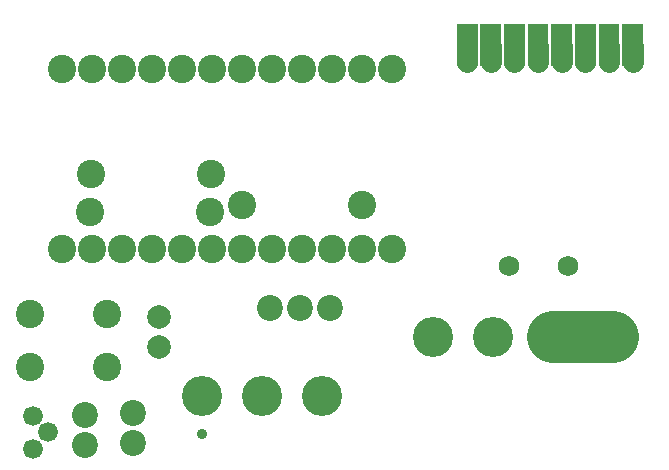
<source format=gbr>
%FSLAX34Y34*%
%MOMM*%
%LNSOLDERMASK_BOTTOM*%
G71*
G01*
%ADD10C, 2.400*%
%ADD11C, 2.400*%
%ADD12C, 2.000*%
%ADD13C, 1.750*%
%ADD14C, 2.400*%
%ADD15C, 2.000*%
%ADD16C, 2.400*%
%ADD17C, 3.400*%
%ADD18C, 4.400*%
%ADD19C, 2.200*%
%ADD20C, 1.750*%
%ADD21R, 1.750X2.200*%
%ADD22C, 1.750*%
%ADD23C, 2.200*%
%ADD24C, 1.680*%
%ADD25C, 3.400*%
%ADD26C, 0.900*%
%LPD*%
X48591Y795465D02*
G54D10*
D03*
X73992Y795465D02*
G54D10*
D03*
X99392Y795465D02*
G54D10*
D03*
X124791Y795465D02*
G54D10*
D03*
X150192Y795465D02*
G54D10*
D03*
X175592Y795465D02*
G54D10*
D03*
X200992Y795465D02*
G54D10*
D03*
X226392Y795465D02*
G54D10*
D03*
X251791Y795465D02*
G54D10*
D03*
X277191Y795465D02*
G54D10*
D03*
X302591Y795465D02*
G54D10*
D03*
X327991Y795465D02*
G54D10*
D03*
X48592Y947865D02*
G54D10*
D03*
X73992Y947865D02*
G54D10*
D03*
X99392Y947865D02*
G54D10*
D03*
X124792Y947865D02*
G54D10*
D03*
X150191Y947865D02*
G54D10*
D03*
X175592Y947865D02*
G54D10*
D03*
X200992Y947865D02*
G54D10*
D03*
X226392Y947865D02*
G54D10*
D03*
X251791Y947865D02*
G54D10*
D03*
X277191Y947865D02*
G54D10*
D03*
X302591Y947865D02*
G54D10*
D03*
X327991Y947865D02*
G54D10*
D03*
X327991Y947865D02*
G54D10*
D03*
X201012Y833206D02*
G54D11*
D03*
X302612Y833205D02*
G54D11*
D03*
X130568Y712600D02*
G54D12*
D03*
X130568Y738000D02*
G54D12*
D03*
G54D13*
X531492Y967465D02*
X531492Y953965D01*
G54D13*
X511491Y967465D02*
X511491Y953965D01*
G54D13*
X491491Y967465D02*
X491491Y953965D01*
G54D13*
X471491Y967465D02*
X471491Y953965D01*
G54D13*
X451491Y967465D02*
X451491Y953965D01*
G54D13*
X431491Y967465D02*
X431491Y953965D01*
G54D13*
X411491Y967465D02*
X411491Y953965D01*
G54D13*
X391491Y967465D02*
X391491Y953965D01*
G36*
X400242Y981771D02*
X400242Y950771D01*
X382742Y950771D01*
X382742Y981771D01*
X400242Y981771D01*
G37*
G36*
X420242Y981771D02*
X420242Y950771D01*
X402742Y950771D01*
X402742Y981771D01*
X420242Y981771D01*
G37*
G36*
X440242Y981771D02*
X440242Y950771D01*
X422742Y950771D01*
X422742Y981771D01*
X440242Y981771D01*
G37*
G36*
X460242Y981771D02*
X460242Y950771D01*
X442742Y950771D01*
X442742Y981771D01*
X460242Y981771D01*
G37*
G36*
X480242Y981771D02*
X480242Y950771D01*
X462742Y950771D01*
X462742Y981771D01*
X480242Y981771D01*
G37*
G36*
X500242Y981771D02*
X500242Y950771D01*
X482742Y950771D01*
X482742Y981771D01*
X500242Y981771D01*
G37*
G36*
X520242Y981771D02*
X520241Y950771D01*
X502741Y950771D01*
X502742Y981771D01*
X520242Y981771D01*
G37*
G36*
X540242Y981771D02*
X540242Y950771D01*
X522742Y950771D01*
X522742Y981771D01*
X540242Y981771D01*
G37*
X201012Y833205D02*
G54D14*
D03*
X302612Y833205D02*
G54D14*
D03*
X130568Y738000D02*
G54D15*
D03*
X130568Y712600D02*
G54D15*
D03*
X21432Y696119D02*
G54D16*
D03*
X21432Y741119D02*
G54D16*
D03*
X86432Y696119D02*
G54D16*
D03*
X86432Y741119D02*
G54D16*
D03*
X362744Y721519D02*
G54D17*
D03*
X413544Y721519D02*
G54D17*
D03*
X464344Y721519D02*
G54D17*
D03*
X515144Y721519D02*
G54D17*
D03*
G54D18*
X464344Y721519D02*
X515144Y721519D01*
X224631Y746125D02*
G54D19*
D03*
X250031Y746125D02*
G54D19*
D03*
X275431Y746125D02*
G54D19*
D03*
X72232Y827088D02*
G54D14*
D03*
X173832Y827088D02*
G54D14*
D03*
X173832Y827088D02*
G54D14*
D03*
X72232Y827088D02*
G54D14*
D03*
X73025Y859632D02*
G54D14*
D03*
X174625Y859632D02*
G54D14*
D03*
X174625Y859632D02*
G54D14*
D03*
X73025Y859632D02*
G54D14*
D03*
X391492Y961033D02*
G54D20*
D03*
X391492Y971033D02*
G54D21*
D03*
X531492Y961033D02*
G54D20*
D03*
X511492Y961033D02*
G54D20*
D03*
X491492Y961034D02*
G54D20*
D03*
X471492Y961033D02*
G54D20*
D03*
X451492Y961033D02*
G54D20*
D03*
X431492Y961033D02*
G54D20*
D03*
X411492Y961033D02*
G54D20*
D03*
X531492Y971033D02*
G54D21*
D03*
X511492Y971033D02*
G54D21*
D03*
X491492Y971033D02*
G54D21*
D03*
X471492Y971033D02*
G54D21*
D03*
X451492Y971033D02*
G54D21*
D03*
X431492Y971033D02*
G54D21*
D03*
X411492Y971033D02*
G54D21*
D03*
G36*
X540242Y986533D02*
X540242Y955533D01*
X522742Y955533D01*
X522742Y986533D01*
X540242Y986533D01*
G37*
G36*
X520242Y986533D02*
X520242Y955533D01*
X502742Y955533D01*
X502742Y986533D01*
X520242Y986533D01*
G37*
G36*
X500242Y986533D02*
X500242Y955533D01*
X482742Y955533D01*
X482742Y986533D01*
X500242Y986533D01*
G37*
G36*
X480242Y986533D02*
X480242Y955533D01*
X462742Y955533D01*
X462742Y986533D01*
X480242Y986533D01*
G37*
G36*
X460242Y986533D02*
X460242Y955533D01*
X442742Y955533D01*
X442742Y986533D01*
X460242Y986533D01*
G37*
G36*
X440242Y986533D02*
X440242Y955533D01*
X422742Y955533D01*
X422742Y986533D01*
X440242Y986533D01*
G37*
G36*
X420242Y986533D02*
X420242Y955533D01*
X402742Y955533D01*
X402742Y986533D01*
X420242Y986533D01*
G37*
G36*
X400242Y986533D02*
X400242Y955533D01*
X382742Y955533D01*
X382742Y986533D01*
X400242Y986533D01*
G37*
X476492Y781033D02*
G54D22*
D03*
X426492Y781033D02*
G54D22*
D03*
X108815Y656754D02*
G54D23*
D03*
X108815Y631354D02*
G54D23*
D03*
X67725Y655034D02*
G54D23*
D03*
X67725Y629634D02*
G54D23*
D03*
X23699Y654587D02*
G54D24*
D03*
X36399Y640587D02*
G54D24*
D03*
X23699Y626587D02*
G54D24*
D03*
X217488Y671513D02*
G54D25*
D03*
X268288Y671513D02*
G54D25*
D03*
X166688Y671513D02*
G54D25*
D03*
X217488Y671513D02*
G54D25*
D03*
X166688Y638969D02*
G54D26*
D03*
X173832Y827088D02*
G54D11*
D03*
X174625Y859632D02*
G54D11*
D03*
X73025Y859632D02*
G54D11*
D03*
X72232Y827088D02*
G54D11*
D03*
M02*

</source>
